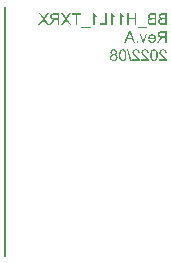
<source format=gbo>
G04 Layer_Color=32896*
%FSLAX25Y25*%
%MOIN*%
G70*
G01*
G75*
%ADD22C,0.00600*%
G36*
X89780Y84763D02*
X89841Y84674D01*
X89913Y84585D01*
X89980Y84508D01*
X90046Y84441D01*
X90096Y84386D01*
X90118Y84369D01*
X90135Y84352D01*
X90140Y84347D01*
X90146Y84341D01*
X90263Y84247D01*
X90379Y84158D01*
X90490Y84080D01*
X90601Y84019D01*
X90696Y83964D01*
X90734Y83942D01*
X90768Y83925D01*
X90795Y83908D01*
X90818Y83903D01*
X90829Y83891D01*
X90834D01*
Y83437D01*
X90751Y83470D01*
X90668Y83509D01*
X90585Y83548D01*
X90507Y83586D01*
X90440Y83620D01*
X90385Y83647D01*
X90351Y83670D01*
X90346Y83675D01*
X90340D01*
X90240Y83736D01*
X90152Y83797D01*
X90074Y83853D01*
X90013Y83903D01*
X89957Y83942D01*
X89924Y83975D01*
X89896Y83997D01*
X89891Y84003D01*
Y81000D01*
X89419D01*
Y84857D01*
X89724D01*
X89780Y84763D01*
D02*
G37*
G36*
X95752D02*
X95813Y84674D01*
X95885Y84585D01*
X95951Y84508D01*
X96018Y84441D01*
X96068Y84386D01*
X96090Y84369D01*
X96107Y84352D01*
X96112Y84347D01*
X96118Y84341D01*
X96235Y84247D01*
X96351Y84158D01*
X96462Y84080D01*
X96573Y84019D01*
X96667Y83964D01*
X96706Y83942D01*
X96740Y83925D01*
X96767Y83908D01*
X96789Y83903D01*
X96801Y83891D01*
X96806D01*
Y83437D01*
X96723Y83470D01*
X96640Y83509D01*
X96556Y83548D01*
X96479Y83586D01*
X96412Y83620D01*
X96357Y83647D01*
X96323Y83670D01*
X96318Y83675D01*
X96312D01*
X96212Y83736D01*
X96123Y83797D01*
X96046Y83853D01*
X95985Y83903D01*
X95929Y83942D01*
X95896Y83975D01*
X95868Y83997D01*
X95863Y84003D01*
Y81000D01*
X95391D01*
Y84857D01*
X95696D01*
X95752Y84763D01*
D02*
G37*
G36*
X73207Y82987D02*
X74689Y81000D01*
X74079D01*
X73108Y82332D01*
X73085Y82365D01*
X73058Y82404D01*
X72997Y82493D01*
X72969Y82537D01*
X72947Y82571D01*
X72930Y82593D01*
X72925Y82598D01*
X72869Y82515D01*
X72819Y82437D01*
X72797Y82410D01*
X72786Y82388D01*
X72775Y82371D01*
X72769Y82365D01*
X71798Y81000D01*
X71171D01*
X72608Y83015D01*
X71276Y84841D01*
X71831D01*
X72597Y83819D01*
X72664Y83736D01*
X72719Y83658D01*
X72775Y83581D01*
X72819Y83520D01*
X72858Y83464D01*
X72886Y83420D01*
X72902Y83398D01*
X72908Y83386D01*
X72947Y83453D01*
X72991Y83525D01*
X73041Y83603D01*
X73091Y83681D01*
X73141Y83747D01*
X73174Y83803D01*
X73191Y83825D01*
X73202Y83842D01*
X73213Y83847D01*
Y83853D01*
X73912Y84841D01*
X74517D01*
X73207Y82987D01*
D02*
G37*
G36*
X80661D02*
X82143Y81000D01*
X81533D01*
X80561Y82332D01*
X80539Y82365D01*
X80511Y82404D01*
X80450Y82493D01*
X80423Y82537D01*
X80400Y82571D01*
X80384Y82593D01*
X80378Y82598D01*
X80323Y82515D01*
X80273Y82437D01*
X80251Y82410D01*
X80239Y82388D01*
X80228Y82371D01*
X80223Y82365D01*
X79251Y81000D01*
X78624D01*
X80062Y83015D01*
X78730Y84841D01*
X79285D01*
X80051Y83819D01*
X80117Y83736D01*
X80173Y83658D01*
X80228Y83581D01*
X80273Y83520D01*
X80312Y83464D01*
X80339Y83420D01*
X80356Y83398D01*
X80361Y83386D01*
X80400Y83453D01*
X80445Y83525D01*
X80495Y83603D01*
X80545Y83681D01*
X80595Y83747D01*
X80628Y83803D01*
X80645Y83825D01*
X80656Y83842D01*
X80667Y83847D01*
Y83853D01*
X81366Y84841D01*
X81971D01*
X80661Y82987D01*
D02*
G37*
G36*
X104387Y75000D02*
X103849D01*
Y75538D01*
X104387D01*
Y75000D01*
D02*
G37*
G36*
X114000D02*
X113489D01*
Y76704D01*
X112835D01*
X112774Y76698D01*
X112729D01*
X112690Y76693D01*
X112662Y76687D01*
X112640D01*
X112629Y76682D01*
X112624D01*
X112535Y76654D01*
X112496Y76637D01*
X112463Y76621D01*
X112429Y76604D01*
X112407Y76593D01*
X112396Y76587D01*
X112390Y76582D01*
X112346Y76548D01*
X112302Y76510D01*
X112218Y76426D01*
X112180Y76388D01*
X112152Y76354D01*
X112135Y76332D01*
X112130Y76326D01*
X112074Y76249D01*
X112013Y76165D01*
X111952Y76077D01*
X111891Y75993D01*
X111841Y75916D01*
X111802Y75855D01*
X111785Y75832D01*
X111775Y75816D01*
X111763Y75805D01*
Y75799D01*
X111258Y75000D01*
X110626D01*
X111286Y76043D01*
X111364Y76154D01*
X111436Y76254D01*
X111508Y76337D01*
X111569Y76415D01*
X111625Y76471D01*
X111669Y76515D01*
X111697Y76543D01*
X111708Y76554D01*
X111752Y76587D01*
X111802Y76626D01*
X111902Y76687D01*
X111946Y76709D01*
X111980Y76732D01*
X112002Y76743D01*
X112013Y76748D01*
X111913Y76765D01*
X111819Y76782D01*
X111736Y76809D01*
X111652Y76832D01*
X111580Y76859D01*
X111514Y76893D01*
X111452Y76920D01*
X111397Y76948D01*
X111353Y76981D01*
X111308Y77009D01*
X111275Y77031D01*
X111247Y77053D01*
X111225Y77070D01*
X111208Y77087D01*
X111203Y77092D01*
X111197Y77098D01*
X111153Y77153D01*
X111108Y77209D01*
X111042Y77325D01*
X110997Y77442D01*
X110964Y77553D01*
X110942Y77647D01*
X110936Y77686D01*
Y77725D01*
X110931Y77753D01*
Y77775D01*
Y77786D01*
Y77792D01*
X110936Y77908D01*
X110953Y78014D01*
X110981Y78114D01*
X111009Y78197D01*
X111042Y78269D01*
X111064Y78325D01*
X111086Y78358D01*
X111092Y78363D01*
Y78369D01*
X111158Y78458D01*
X111225Y78535D01*
X111297Y78602D01*
X111364Y78652D01*
X111425Y78691D01*
X111475Y78713D01*
X111508Y78730D01*
X111514Y78735D01*
X111519D01*
X111569Y78752D01*
X111630Y78768D01*
X111752Y78796D01*
X111885Y78813D01*
X112007Y78829D01*
X112124Y78835D01*
X112174D01*
X112218Y78841D01*
X114000D01*
Y75000D01*
D02*
G37*
G36*
X98738Y84763D02*
X98799Y84674D01*
X98871Y84585D01*
X98937Y84508D01*
X99004Y84441D01*
X99054Y84386D01*
X99076Y84369D01*
X99093Y84352D01*
X99098Y84347D01*
X99104Y84341D01*
X99220Y84247D01*
X99337Y84158D01*
X99448Y84080D01*
X99559Y84019D01*
X99653Y83964D01*
X99692Y83942D01*
X99725Y83925D01*
X99753Y83908D01*
X99775Y83903D01*
X99787Y83891D01*
X99792D01*
Y83437D01*
X99709Y83470D01*
X99625Y83509D01*
X99542Y83548D01*
X99464Y83586D01*
X99398Y83620D01*
X99342Y83647D01*
X99309Y83670D01*
X99304Y83675D01*
X99298D01*
X99198Y83736D01*
X99109Y83797D01*
X99032Y83853D01*
X98971Y83903D01*
X98915Y83942D01*
X98882Y83975D01*
X98854Y83997D01*
X98848Y84003D01*
Y81000D01*
X98377D01*
Y84857D01*
X98682D01*
X98738Y84763D01*
D02*
G37*
G36*
X103388Y75000D02*
X102850D01*
X102434Y76165D01*
X100824D01*
X100375Y75000D01*
X99798D01*
X101368Y78841D01*
X101923D01*
X103388Y75000D01*
D02*
G37*
G36*
X78164Y81000D02*
X77653D01*
Y82704D01*
X76998D01*
X76937Y82698D01*
X76893D01*
X76854Y82693D01*
X76826Y82687D01*
X76804D01*
X76793Y82682D01*
X76787D01*
X76698Y82654D01*
X76660Y82637D01*
X76626Y82621D01*
X76593Y82604D01*
X76571Y82593D01*
X76560Y82587D01*
X76554Y82582D01*
X76510Y82548D01*
X76465Y82510D01*
X76382Y82426D01*
X76343Y82388D01*
X76315Y82354D01*
X76299Y82332D01*
X76293Y82326D01*
X76238Y82249D01*
X76177Y82165D01*
X76116Y82077D01*
X76055Y81993D01*
X76005Y81916D01*
X75966Y81855D01*
X75949Y81832D01*
X75938Y81816D01*
X75927Y81805D01*
Y81799D01*
X75422Y81000D01*
X74789D01*
X75450Y82043D01*
X75527Y82154D01*
X75599Y82254D01*
X75672Y82337D01*
X75733Y82415D01*
X75788Y82471D01*
X75833Y82515D01*
X75860Y82543D01*
X75871Y82554D01*
X75916Y82587D01*
X75966Y82626D01*
X76066Y82687D01*
X76110Y82709D01*
X76143Y82732D01*
X76166Y82743D01*
X76177Y82748D01*
X76077Y82765D01*
X75982Y82782D01*
X75899Y82809D01*
X75816Y82832D01*
X75744Y82859D01*
X75677Y82893D01*
X75616Y82920D01*
X75561Y82948D01*
X75516Y82981D01*
X75472Y83009D01*
X75439Y83031D01*
X75411Y83053D01*
X75389Y83070D01*
X75372Y83087D01*
X75366Y83092D01*
X75361Y83098D01*
X75317Y83153D01*
X75272Y83209D01*
X75205Y83325D01*
X75161Y83442D01*
X75128Y83553D01*
X75106Y83647D01*
X75100Y83686D01*
Y83725D01*
X75094Y83753D01*
Y83775D01*
Y83786D01*
Y83792D01*
X75100Y83908D01*
X75117Y84014D01*
X75144Y84114D01*
X75172Y84197D01*
X75205Y84269D01*
X75228Y84325D01*
X75250Y84358D01*
X75255Y84363D01*
Y84369D01*
X75322Y84458D01*
X75389Y84535D01*
X75461Y84602D01*
X75527Y84652D01*
X75589Y84691D01*
X75638Y84713D01*
X75672Y84730D01*
X75677Y84735D01*
X75683D01*
X75733Y84752D01*
X75794Y84768D01*
X75916Y84796D01*
X76049Y84813D01*
X76171Y84829D01*
X76288Y84835D01*
X76338D01*
X76382Y84841D01*
X78164D01*
Y81000D01*
D02*
G37*
G36*
X85318Y84386D02*
X84052D01*
Y81000D01*
X83542D01*
Y84386D01*
X82276D01*
Y84841D01*
X85318D01*
Y84386D01*
D02*
G37*
G36*
X88514Y79934D02*
X85390D01*
Y80273D01*
X88514D01*
Y79934D01*
D02*
G37*
G36*
X107318D02*
X104193D01*
Y80273D01*
X107318D01*
Y79934D01*
D02*
G37*
G36*
X114000Y81000D02*
X112535D01*
X112402Y81006D01*
X112285Y81011D01*
X112180Y81022D01*
X112091Y81033D01*
X112019Y81044D01*
X111963Y81050D01*
X111930Y81061D01*
X111919D01*
X111824Y81089D01*
X111747Y81116D01*
X111674Y81150D01*
X111614Y81183D01*
X111564Y81205D01*
X111525Y81227D01*
X111503Y81244D01*
X111497Y81250D01*
X111436Y81300D01*
X111380Y81361D01*
X111336Y81422D01*
X111292Y81477D01*
X111258Y81533D01*
X111236Y81572D01*
X111220Y81599D01*
X111214Y81611D01*
X111175Y81699D01*
X111147Y81788D01*
X111125Y81871D01*
X111114Y81949D01*
X111103Y82016D01*
X111097Y82071D01*
Y82104D01*
Y82110D01*
Y82116D01*
X111103Y82238D01*
X111125Y82349D01*
X111158Y82443D01*
X111192Y82532D01*
X111225Y82598D01*
X111258Y82648D01*
X111281Y82682D01*
X111286Y82693D01*
X111364Y82782D01*
X111447Y82854D01*
X111541Y82915D01*
X111625Y82965D01*
X111702Y83003D01*
X111769Y83026D01*
X111791Y83037D01*
X111808Y83042D01*
X111819Y83048D01*
X111824D01*
X111730Y83103D01*
X111647Y83159D01*
X111580Y83220D01*
X111525Y83276D01*
X111480Y83320D01*
X111447Y83364D01*
X111430Y83386D01*
X111425Y83398D01*
X111380Y83481D01*
X111347Y83559D01*
X111319Y83636D01*
X111303Y83708D01*
X111292Y83769D01*
X111286Y83819D01*
Y83847D01*
Y83858D01*
X111292Y83953D01*
X111308Y84047D01*
X111336Y84130D01*
X111364Y84208D01*
X111391Y84275D01*
X111419Y84319D01*
X111436Y84352D01*
X111442Y84363D01*
X111503Y84447D01*
X111569Y84524D01*
X111641Y84585D01*
X111708Y84635D01*
X111763Y84674D01*
X111813Y84702D01*
X111847Y84719D01*
X111852Y84724D01*
X111858D01*
X111963Y84763D01*
X112080Y84791D01*
X112196Y84813D01*
X112307Y84824D01*
X112407Y84835D01*
X112452D01*
X112490Y84841D01*
X114000D01*
Y81000D01*
D02*
G37*
G36*
X103816D02*
X103305D01*
Y82809D01*
X101318D01*
Y81000D01*
X100808D01*
Y84841D01*
X101318D01*
Y83264D01*
X103305D01*
Y84841D01*
X103816D01*
Y81000D01*
D02*
G37*
G36*
X94009D02*
X91606D01*
Y81455D01*
X93498D01*
Y84841D01*
X94009D01*
Y81000D01*
D02*
G37*
G36*
X110420D02*
X108955D01*
X108822Y81006D01*
X108705Y81011D01*
X108600Y81022D01*
X108511Y81033D01*
X108439Y81044D01*
X108383Y81050D01*
X108350Y81061D01*
X108339D01*
X108245Y81089D01*
X108167Y81116D01*
X108095Y81150D01*
X108034Y81183D01*
X107984Y81205D01*
X107945Y81227D01*
X107923Y81244D01*
X107917Y81250D01*
X107856Y81300D01*
X107801Y81361D01*
X107756Y81422D01*
X107712Y81477D01*
X107678Y81533D01*
X107656Y81572D01*
X107640Y81599D01*
X107634Y81611D01*
X107595Y81699D01*
X107568Y81788D01*
X107545Y81871D01*
X107534Y81949D01*
X107523Y82016D01*
X107518Y82071D01*
Y82104D01*
Y82110D01*
Y82116D01*
X107523Y82238D01*
X107545Y82349D01*
X107579Y82443D01*
X107612Y82532D01*
X107645Y82598D01*
X107678Y82648D01*
X107701Y82682D01*
X107706Y82693D01*
X107784Y82782D01*
X107867Y82854D01*
X107962Y82915D01*
X108045Y82965D01*
X108123Y83003D01*
X108189Y83026D01*
X108211Y83037D01*
X108228Y83042D01*
X108239Y83048D01*
X108245D01*
X108150Y83103D01*
X108067Y83159D01*
X108001Y83220D01*
X107945Y83276D01*
X107901Y83320D01*
X107867Y83364D01*
X107851Y83386D01*
X107845Y83398D01*
X107801Y83481D01*
X107767Y83559D01*
X107740Y83636D01*
X107723Y83708D01*
X107712Y83769D01*
X107706Y83819D01*
Y83847D01*
Y83858D01*
X107712Y83953D01*
X107729Y84047D01*
X107756Y84130D01*
X107784Y84208D01*
X107812Y84275D01*
X107840Y84319D01*
X107856Y84352D01*
X107862Y84363D01*
X107923Y84447D01*
X107989Y84524D01*
X108062Y84585D01*
X108128Y84635D01*
X108184Y84674D01*
X108233Y84702D01*
X108267Y84719D01*
X108272Y84724D01*
X108278D01*
X108383Y84763D01*
X108500Y84791D01*
X108616Y84813D01*
X108728Y84824D01*
X108827Y84835D01*
X108872D01*
X108911Y84841D01*
X110420D01*
Y81000D01*
D02*
G37*
G36*
X99387Y72846D02*
X99526Y72824D01*
X99642Y72785D01*
X99742Y72746D01*
X99825Y72702D01*
X99859Y72685D01*
X99886Y72663D01*
X99909Y72652D01*
X99925Y72641D01*
X99931Y72630D01*
X99936D01*
X100036Y72541D01*
X100119Y72435D01*
X100192Y72330D01*
X100247Y72230D01*
X100292Y72136D01*
X100314Y72097D01*
X100325Y72058D01*
X100336Y72030D01*
X100347Y72008D01*
X100353Y71997D01*
Y71991D01*
X100375Y71908D01*
X100397Y71825D01*
X100430Y71642D01*
X100458Y71459D01*
X100475Y71287D01*
X100480Y71203D01*
X100486Y71131D01*
Y71065D01*
X100491Y71004D01*
Y70959D01*
Y70920D01*
Y70898D01*
Y70893D01*
X100486Y70698D01*
X100475Y70515D01*
X100458Y70349D01*
X100430Y70193D01*
X100402Y70049D01*
X100369Y69921D01*
X100336Y69805D01*
X100303Y69705D01*
X100269Y69616D01*
X100230Y69538D01*
X100203Y69472D01*
X100175Y69422D01*
X100147Y69377D01*
X100131Y69350D01*
X100119Y69333D01*
X100114Y69327D01*
X100053Y69261D01*
X99986Y69200D01*
X99914Y69144D01*
X99842Y69100D01*
X99770Y69061D01*
X99698Y69028D01*
X99625Y69006D01*
X99559Y68983D01*
X99492Y68967D01*
X99431Y68956D01*
X99376Y68945D01*
X99331Y68939D01*
X99292Y68933D01*
X99237D01*
X99087Y68945D01*
X98948Y68967D01*
X98832Y69006D01*
X98732Y69044D01*
X98649Y69083D01*
X98621Y69105D01*
X98593Y69122D01*
X98571Y69133D01*
X98554Y69144D01*
X98549Y69155D01*
X98543D01*
X98443Y69250D01*
X98360Y69350D01*
X98288Y69461D01*
X98232Y69561D01*
X98188Y69655D01*
X98166Y69694D01*
X98155Y69733D01*
X98144Y69760D01*
X98133Y69783D01*
X98127Y69794D01*
Y69799D01*
X98099Y69882D01*
X98077Y69966D01*
X98044Y70143D01*
X98016Y70326D01*
X97999Y70504D01*
X97994Y70582D01*
X97988Y70654D01*
Y70720D01*
X97983Y70782D01*
Y70826D01*
Y70865D01*
Y70887D01*
Y70893D01*
Y70998D01*
X97988Y71098D01*
Y71187D01*
X97994Y71276D01*
X98005Y71353D01*
X98010Y71431D01*
X98016Y71497D01*
X98027Y71559D01*
X98033Y71614D01*
X98044Y71664D01*
X98049Y71703D01*
X98055Y71736D01*
X98060Y71764D01*
X98066Y71781D01*
X98071Y71792D01*
Y71797D01*
X98105Y71919D01*
X98144Y72030D01*
X98188Y72125D01*
X98221Y72208D01*
X98260Y72280D01*
X98282Y72330D01*
X98305Y72358D01*
X98310Y72369D01*
X98371Y72452D01*
X98432Y72524D01*
X98499Y72585D01*
X98560Y72641D01*
X98615Y72680D01*
X98660Y72707D01*
X98687Y72724D01*
X98693Y72730D01*
X98699D01*
X98787Y72774D01*
X98882Y72802D01*
X98971Y72824D01*
X99054Y72841D01*
X99126Y72852D01*
X99187Y72857D01*
X99237D01*
X99387Y72846D01*
D02*
G37*
G36*
X96346Y72852D02*
X96434Y72846D01*
X96590Y72813D01*
X96662Y72791D01*
X96728Y72768D01*
X96789Y72741D01*
X96845Y72713D01*
X96889Y72685D01*
X96934Y72657D01*
X96973Y72635D01*
X97000Y72613D01*
X97023Y72596D01*
X97039Y72580D01*
X97050Y72574D01*
X97056Y72569D01*
X97106Y72513D01*
X97156Y72458D01*
X97195Y72397D01*
X97228Y72336D01*
X97283Y72219D01*
X97317Y72108D01*
X97339Y72014D01*
X97344Y71969D01*
X97350Y71936D01*
X97356Y71903D01*
Y71880D01*
Y71869D01*
Y71864D01*
X97350Y71764D01*
X97333Y71670D01*
X97311Y71586D01*
X97283Y71514D01*
X97261Y71459D01*
X97239Y71414D01*
X97222Y71392D01*
X97217Y71381D01*
X97156Y71314D01*
X97089Y71253D01*
X97017Y71198D01*
X96945Y71153D01*
X96878Y71120D01*
X96828Y71098D01*
X96806Y71087D01*
X96789Y71081D01*
X96784Y71076D01*
X96778D01*
X96906Y71037D01*
X97012Y70987D01*
X97106Y70926D01*
X97184Y70870D01*
X97245Y70815D01*
X97289Y70771D01*
X97311Y70743D01*
X97322Y70737D01*
Y70732D01*
X97383Y70632D01*
X97433Y70526D01*
X97466Y70426D01*
X97489Y70326D01*
X97500Y70238D01*
X97505Y70199D01*
Y70165D01*
X97511Y70143D01*
Y70121D01*
Y70110D01*
Y70104D01*
X97505Y70016D01*
X97494Y69927D01*
X97478Y69844D01*
X97455Y69760D01*
X97400Y69622D01*
X97372Y69555D01*
X97339Y69499D01*
X97306Y69444D01*
X97278Y69400D01*
X97245Y69361D01*
X97222Y69327D01*
X97200Y69300D01*
X97184Y69283D01*
X97172Y69272D01*
X97167Y69266D01*
X97100Y69205D01*
X97028Y69155D01*
X96950Y69111D01*
X96873Y69072D01*
X96801Y69044D01*
X96723Y69017D01*
X96573Y68978D01*
X96506Y68961D01*
X96445Y68950D01*
X96390Y68945D01*
X96340Y68939D01*
X96301Y68933D01*
X96246D01*
X96140Y68939D01*
X96046Y68950D01*
X95951Y68967D01*
X95863Y68983D01*
X95785Y69011D01*
X95707Y69039D01*
X95635Y69067D01*
X95574Y69100D01*
X95518Y69133D01*
X95469Y69161D01*
X95430Y69189D01*
X95391Y69216D01*
X95363Y69233D01*
X95346Y69250D01*
X95335Y69261D01*
X95330Y69266D01*
X95269Y69333D01*
X95213Y69400D01*
X95169Y69466D01*
X95130Y69538D01*
X95091Y69605D01*
X95063Y69677D01*
X95025Y69805D01*
X95008Y69866D01*
X94997Y69921D01*
X94991Y69971D01*
X94986Y70010D01*
X94980Y70043D01*
Y70071D01*
Y70088D01*
Y70093D01*
X94986Y70221D01*
X95008Y70337D01*
X95041Y70443D01*
X95074Y70532D01*
X95108Y70604D01*
X95141Y70660D01*
X95163Y70693D01*
X95169Y70698D01*
Y70704D01*
X95247Y70793D01*
X95330Y70870D01*
X95419Y70931D01*
X95502Y70987D01*
X95579Y71026D01*
X95646Y71053D01*
X95668Y71065D01*
X95685Y71070D01*
X95696Y71076D01*
X95702D01*
X95602Y71120D01*
X95518Y71170D01*
X95446Y71220D01*
X95385Y71270D01*
X95341Y71314D01*
X95308Y71348D01*
X95285Y71370D01*
X95280Y71381D01*
X95230Y71459D01*
X95197Y71536D01*
X95169Y71614D01*
X95152Y71692D01*
X95141Y71753D01*
X95136Y71803D01*
Y71836D01*
Y71842D01*
Y71847D01*
X95141Y71925D01*
X95147Y71997D01*
X95186Y72136D01*
X95236Y72258D01*
X95291Y72363D01*
X95346Y72447D01*
X95374Y72480D01*
X95396Y72513D01*
X95419Y72535D01*
X95435Y72552D01*
X95441Y72558D01*
X95446Y72563D01*
X95507Y72613D01*
X95568Y72663D01*
X95635Y72702D01*
X95702Y72735D01*
X95835Y72785D01*
X95968Y72818D01*
X96024Y72835D01*
X96079Y72841D01*
X96129Y72846D01*
X96173Y72852D01*
X96207Y72857D01*
X96257D01*
X96346Y72852D01*
D02*
G37*
G36*
X109837Y72846D02*
X109976Y72824D01*
X110093Y72785D01*
X110193Y72746D01*
X110276Y72702D01*
X110309Y72685D01*
X110337Y72663D01*
X110359Y72652D01*
X110376Y72641D01*
X110381Y72630D01*
X110387D01*
X110487Y72541D01*
X110570Y72435D01*
X110642Y72330D01*
X110698Y72230D01*
X110742Y72136D01*
X110764Y72097D01*
X110775Y72058D01*
X110787Y72030D01*
X110798Y72008D01*
X110803Y71997D01*
Y71991D01*
X110825Y71908D01*
X110848Y71825D01*
X110881Y71642D01*
X110909Y71459D01*
X110925Y71287D01*
X110931Y71203D01*
X110936Y71131D01*
Y71065D01*
X110942Y71004D01*
Y70959D01*
Y70920D01*
Y70898D01*
Y70893D01*
X110936Y70698D01*
X110925Y70515D01*
X110909Y70349D01*
X110881Y70193D01*
X110853Y70049D01*
X110820Y69921D01*
X110787Y69805D01*
X110753Y69705D01*
X110720Y69616D01*
X110681Y69538D01*
X110653Y69472D01*
X110626Y69422D01*
X110598Y69377D01*
X110581Y69350D01*
X110570Y69333D01*
X110565Y69327D01*
X110503Y69261D01*
X110437Y69200D01*
X110365Y69144D01*
X110293Y69100D01*
X110221Y69061D01*
X110148Y69028D01*
X110076Y69006D01*
X110010Y68983D01*
X109943Y68967D01*
X109882Y68956D01*
X109826Y68945D01*
X109782Y68939D01*
X109743Y68933D01*
X109688D01*
X109538Y68945D01*
X109399Y68967D01*
X109283Y69006D01*
X109183Y69044D01*
X109099Y69083D01*
X109072Y69105D01*
X109044Y69122D01*
X109022Y69133D01*
X109005Y69144D01*
X109000Y69155D01*
X108994D01*
X108894Y69250D01*
X108811Y69350D01*
X108739Y69461D01*
X108683Y69561D01*
X108639Y69655D01*
X108616Y69694D01*
X108605Y69733D01*
X108594Y69760D01*
X108583Y69783D01*
X108578Y69794D01*
Y69799D01*
X108550Y69882D01*
X108528Y69966D01*
X108494Y70143D01*
X108467Y70326D01*
X108450Y70504D01*
X108444Y70582D01*
X108439Y70654D01*
Y70720D01*
X108433Y70782D01*
Y70826D01*
Y70865D01*
Y70887D01*
Y70893D01*
Y70998D01*
X108439Y71098D01*
Y71187D01*
X108444Y71276D01*
X108456Y71353D01*
X108461Y71431D01*
X108467Y71497D01*
X108478Y71559D01*
X108483Y71614D01*
X108494Y71664D01*
X108500Y71703D01*
X108505Y71736D01*
X108511Y71764D01*
X108517Y71781D01*
X108522Y71792D01*
Y71797D01*
X108555Y71919D01*
X108594Y72030D01*
X108639Y72125D01*
X108672Y72208D01*
X108711Y72280D01*
X108733Y72330D01*
X108755Y72358D01*
X108761Y72369D01*
X108822Y72452D01*
X108883Y72524D01*
X108949Y72585D01*
X109011Y72641D01*
X109066Y72680D01*
X109110Y72707D01*
X109138Y72724D01*
X109144Y72730D01*
X109149D01*
X109238Y72774D01*
X109332Y72802D01*
X109421Y72824D01*
X109504Y72841D01*
X109577Y72852D01*
X109638Y72857D01*
X109688D01*
X109837Y72846D01*
D02*
G37*
G36*
X102206Y68933D02*
X101829D01*
X100713Y72907D01*
X101091D01*
X102206Y68933D01*
D02*
G37*
G36*
X103799Y72852D02*
X103893Y72846D01*
X103982Y72830D01*
X104066Y72813D01*
X104143Y72791D01*
X104215Y72768D01*
X104282Y72741D01*
X104343Y72713D01*
X104399Y72685D01*
X104443Y72657D01*
X104482Y72635D01*
X104515Y72613D01*
X104543Y72596D01*
X104559Y72580D01*
X104571Y72574D01*
X104576Y72569D01*
X104632Y72513D01*
X104682Y72452D01*
X104732Y72386D01*
X104770Y72319D01*
X104837Y72186D01*
X104881Y72053D01*
X104898Y71991D01*
X104915Y71930D01*
X104926Y71880D01*
X104937Y71836D01*
X104942Y71797D01*
Y71769D01*
X104948Y71753D01*
Y71747D01*
X104465Y71697D01*
X104454Y71825D01*
X104432Y71936D01*
X104399Y72036D01*
X104360Y72114D01*
X104326Y72180D01*
X104293Y72224D01*
X104271Y72252D01*
X104260Y72263D01*
X104176Y72330D01*
X104088Y72380D01*
X103993Y72419D01*
X103910Y72441D01*
X103832Y72458D01*
X103766Y72463D01*
X103744Y72469D01*
X103710D01*
X103594Y72463D01*
X103488Y72441D01*
X103400Y72408D01*
X103322Y72374D01*
X103261Y72336D01*
X103222Y72308D01*
X103194Y72286D01*
X103183Y72275D01*
X103117Y72197D01*
X103067Y72119D01*
X103028Y72041D01*
X103005Y71964D01*
X102989Y71903D01*
X102983Y71847D01*
X102978Y71814D01*
Y71808D01*
Y71803D01*
X102989Y71703D01*
X103011Y71597D01*
X103050Y71503D01*
X103089Y71414D01*
X103133Y71342D01*
X103172Y71281D01*
X103183Y71259D01*
X103194Y71242D01*
X103205Y71237D01*
Y71231D01*
X103250Y71170D01*
X103305Y71109D01*
X103366Y71042D01*
X103433Y70976D01*
X103572Y70843D01*
X103710Y70709D01*
X103782Y70648D01*
X103843Y70593D01*
X103904Y70543D01*
X103955Y70499D01*
X103993Y70465D01*
X104027Y70438D01*
X104049Y70421D01*
X104054Y70415D01*
X104193Y70299D01*
X104321Y70188D01*
X104426Y70088D01*
X104509Y70004D01*
X104582Y69932D01*
X104632Y69882D01*
X104659Y69849D01*
X104671Y69844D01*
Y69838D01*
X104748Y69744D01*
X104809Y69655D01*
X104865Y69566D01*
X104909Y69488D01*
X104942Y69422D01*
X104965Y69372D01*
X104976Y69339D01*
X104981Y69333D01*
Y69327D01*
X105003Y69266D01*
X105015Y69211D01*
X105026Y69155D01*
X105031Y69105D01*
X105037Y69061D01*
Y69028D01*
Y69006D01*
Y69000D01*
X102489D01*
Y69455D01*
X104382D01*
X104315Y69550D01*
X104282Y69588D01*
X104254Y69627D01*
X104226Y69661D01*
X104204Y69683D01*
X104188Y69699D01*
X104182Y69705D01*
X104154Y69733D01*
X104121Y69760D01*
X104043Y69832D01*
X103955Y69916D01*
X103860Y69999D01*
X103771Y70071D01*
X103733Y70104D01*
X103699Y70138D01*
X103672Y70160D01*
X103649Y70177D01*
X103638Y70188D01*
X103633Y70193D01*
X103544Y70271D01*
X103455Y70343D01*
X103377Y70415D01*
X103305Y70476D01*
X103239Y70537D01*
X103183Y70593D01*
X103128Y70643D01*
X103083Y70687D01*
X103039Y70732D01*
X103005Y70765D01*
X102978Y70793D01*
X102950Y70820D01*
X102922Y70854D01*
X102911Y70865D01*
X102833Y70959D01*
X102767Y71042D01*
X102711Y71126D01*
X102667Y71192D01*
X102634Y71253D01*
X102611Y71298D01*
X102600Y71325D01*
X102595Y71337D01*
X102561Y71420D01*
X102539Y71503D01*
X102517Y71581D01*
X102506Y71647D01*
X102500Y71708D01*
X102495Y71753D01*
Y71781D01*
Y71792D01*
X102500Y71875D01*
X102512Y71953D01*
X102523Y72030D01*
X102545Y72097D01*
X102600Y72230D01*
X102656Y72336D01*
X102689Y72386D01*
X102717Y72424D01*
X102745Y72463D01*
X102772Y72491D01*
X102795Y72513D01*
X102806Y72535D01*
X102817Y72541D01*
X102822Y72546D01*
X102883Y72602D01*
X102950Y72652D01*
X103022Y72691D01*
X103094Y72724D01*
X103239Y72780D01*
X103383Y72818D01*
X103444Y72830D01*
X103505Y72841D01*
X103560Y72846D01*
X103605Y72852D01*
X103644Y72857D01*
X103699D01*
X103799Y72852D01*
D02*
G37*
G36*
X106452Y75000D02*
X106002D01*
X104942Y77786D01*
X105431D01*
X106047Y76082D01*
X106086Y75971D01*
X106124Y75871D01*
X106152Y75777D01*
X106180Y75705D01*
X106197Y75638D01*
X106213Y75594D01*
X106219Y75566D01*
X106225Y75555D01*
X106258Y75661D01*
X106286Y75766D01*
X106319Y75860D01*
X106347Y75943D01*
X106369Y76016D01*
X106385Y76071D01*
X106391Y76088D01*
X106396Y76104D01*
X106402Y76110D01*
Y76116D01*
X107001Y77786D01*
X107501D01*
X106452Y75000D01*
D02*
G37*
G36*
X109160Y77842D02*
X109260Y77830D01*
X109355Y77814D01*
X109443Y77786D01*
X109527Y77758D01*
X109604Y77725D01*
X109677Y77692D01*
X109738Y77653D01*
X109799Y77620D01*
X109849Y77581D01*
X109893Y77548D01*
X109926Y77520D01*
X109954Y77492D01*
X109976Y77475D01*
X109987Y77464D01*
X109993Y77459D01*
X110054Y77381D01*
X110109Y77298D01*
X110159Y77214D01*
X110204Y77126D01*
X110237Y77031D01*
X110265Y76942D01*
X110309Y76765D01*
X110326Y76687D01*
X110337Y76609D01*
X110343Y76543D01*
X110348Y76482D01*
X110354Y76432D01*
Y76399D01*
Y76371D01*
Y76365D01*
X110348Y76243D01*
X110337Y76127D01*
X110320Y76016D01*
X110298Y75916D01*
X110270Y75821D01*
X110243Y75733D01*
X110209Y75655D01*
X110176Y75583D01*
X110143Y75522D01*
X110109Y75466D01*
X110082Y75422D01*
X110054Y75383D01*
X110032Y75350D01*
X110015Y75327D01*
X110004Y75316D01*
X109999Y75311D01*
X109926Y75244D01*
X109854Y75189D01*
X109776Y75139D01*
X109693Y75094D01*
X109616Y75061D01*
X109532Y75028D01*
X109377Y74983D01*
X109305Y74972D01*
X109238Y74961D01*
X109177Y74950D01*
X109127Y74945D01*
X109088Y74939D01*
X109027D01*
X108855Y74950D01*
X108700Y74978D01*
X108561Y75011D01*
X108505Y75033D01*
X108450Y75055D01*
X108400Y75078D01*
X108356Y75100D01*
X108322Y75116D01*
X108289Y75133D01*
X108267Y75150D01*
X108250Y75161D01*
X108239Y75172D01*
X108233D01*
X108123Y75272D01*
X108034Y75377D01*
X107956Y75488D01*
X107901Y75594D01*
X107856Y75688D01*
X107840Y75733D01*
X107823Y75766D01*
X107812Y75799D01*
X107806Y75821D01*
X107801Y75832D01*
Y75838D01*
X108289Y75899D01*
X108333Y75794D01*
X108383Y75705D01*
X108433Y75627D01*
X108478Y75566D01*
X108517Y75522D01*
X108550Y75488D01*
X108578Y75466D01*
X108583Y75461D01*
X108655Y75416D01*
X108728Y75383D01*
X108805Y75361D01*
X108872Y75344D01*
X108933Y75333D01*
X108983Y75327D01*
X109027D01*
X109094Y75333D01*
X109155Y75339D01*
X109266Y75366D01*
X109366Y75405D01*
X109455Y75450D01*
X109521Y75488D01*
X109571Y75527D01*
X109604Y75555D01*
X109610Y75566D01*
X109616D01*
X109693Y75666D01*
X109754Y75777D01*
X109799Y75899D01*
X109832Y76010D01*
X109849Y76110D01*
X109860Y76154D01*
X109865Y76193D01*
Y76227D01*
X109871Y76249D01*
Y76265D01*
Y76271D01*
X107790D01*
X107784Y76326D01*
Y76365D01*
Y76388D01*
Y76393D01*
X107790Y76521D01*
X107801Y76637D01*
X107817Y76748D01*
X107840Y76854D01*
X107867Y76948D01*
X107895Y77037D01*
X107928Y77114D01*
X107962Y77187D01*
X107995Y77253D01*
X108028Y77309D01*
X108056Y77353D01*
X108084Y77392D01*
X108106Y77425D01*
X108123Y77448D01*
X108134Y77459D01*
X108139Y77464D01*
X108206Y77531D01*
X108278Y77592D01*
X108356Y77642D01*
X108433Y77686D01*
X108511Y77725D01*
X108583Y77753D01*
X108661Y77781D01*
X108728Y77797D01*
X108800Y77814D01*
X108861Y77825D01*
X108916Y77836D01*
X108961Y77842D01*
X109000Y77847D01*
X109055D01*
X109160Y77842D01*
D02*
G37*
G36*
X106785Y72852D02*
X106879Y72846D01*
X106968Y72830D01*
X107051Y72813D01*
X107129Y72791D01*
X107201Y72768D01*
X107268Y72741D01*
X107329Y72713D01*
X107384Y72685D01*
X107429Y72657D01*
X107468Y72635D01*
X107501Y72613D01*
X107529Y72596D01*
X107545Y72580D01*
X107556Y72574D01*
X107562Y72569D01*
X107617Y72513D01*
X107668Y72452D01*
X107717Y72386D01*
X107756Y72319D01*
X107823Y72186D01*
X107867Y72053D01*
X107884Y71991D01*
X107901Y71930D01*
X107912Y71880D01*
X107923Y71836D01*
X107928Y71797D01*
Y71769D01*
X107934Y71753D01*
Y71747D01*
X107451Y71697D01*
X107440Y71825D01*
X107418Y71936D01*
X107384Y72036D01*
X107346Y72114D01*
X107312Y72180D01*
X107279Y72224D01*
X107257Y72252D01*
X107246Y72263D01*
X107162Y72330D01*
X107074Y72380D01*
X106979Y72419D01*
X106896Y72441D01*
X106818Y72458D01*
X106752Y72463D01*
X106729Y72469D01*
X106696D01*
X106580Y72463D01*
X106474Y72441D01*
X106385Y72408D01*
X106308Y72374D01*
X106247Y72336D01*
X106208Y72308D01*
X106180Y72286D01*
X106169Y72275D01*
X106102Y72197D01*
X106052Y72119D01*
X106014Y72041D01*
X105991Y71964D01*
X105975Y71903D01*
X105969Y71847D01*
X105964Y71814D01*
Y71808D01*
Y71803D01*
X105975Y71703D01*
X105997Y71597D01*
X106036Y71503D01*
X106075Y71414D01*
X106119Y71342D01*
X106158Y71281D01*
X106169Y71259D01*
X106180Y71242D01*
X106191Y71237D01*
Y71231D01*
X106236Y71170D01*
X106291Y71109D01*
X106352Y71042D01*
X106419Y70976D01*
X106557Y70843D01*
X106696Y70709D01*
X106768Y70648D01*
X106829Y70593D01*
X106890Y70543D01*
X106940Y70499D01*
X106979Y70465D01*
X107013Y70438D01*
X107035Y70421D01*
X107040Y70415D01*
X107179Y70299D01*
X107307Y70188D01*
X107412Y70088D01*
X107495Y70004D01*
X107568Y69932D01*
X107617Y69882D01*
X107645Y69849D01*
X107656Y69844D01*
Y69838D01*
X107734Y69744D01*
X107795Y69655D01*
X107851Y69566D01*
X107895Y69488D01*
X107928Y69422D01*
X107950Y69372D01*
X107962Y69339D01*
X107967Y69333D01*
Y69327D01*
X107989Y69266D01*
X108001Y69211D01*
X108012Y69155D01*
X108017Y69105D01*
X108023Y69061D01*
Y69028D01*
Y69006D01*
Y69000D01*
X105475D01*
Y69455D01*
X107368D01*
X107301Y69550D01*
X107268Y69588D01*
X107240Y69627D01*
X107212Y69661D01*
X107190Y69683D01*
X107174Y69699D01*
X107168Y69705D01*
X107140Y69733D01*
X107107Y69760D01*
X107029Y69832D01*
X106940Y69916D01*
X106846Y69999D01*
X106757Y70071D01*
X106718Y70104D01*
X106685Y70138D01*
X106657Y70160D01*
X106635Y70177D01*
X106624Y70188D01*
X106618Y70193D01*
X106530Y70271D01*
X106441Y70343D01*
X106363Y70415D01*
X106291Y70476D01*
X106225Y70537D01*
X106169Y70593D01*
X106113Y70643D01*
X106069Y70687D01*
X106025Y70732D01*
X105991Y70765D01*
X105964Y70793D01*
X105936Y70820D01*
X105908Y70854D01*
X105897Y70865D01*
X105819Y70959D01*
X105753Y71042D01*
X105697Y71126D01*
X105653Y71192D01*
X105620Y71253D01*
X105597Y71298D01*
X105586Y71325D01*
X105581Y71337D01*
X105547Y71420D01*
X105525Y71503D01*
X105503Y71581D01*
X105492Y71647D01*
X105486Y71708D01*
X105481Y71753D01*
Y71781D01*
Y71792D01*
X105486Y71875D01*
X105497Y71953D01*
X105508Y72030D01*
X105531Y72097D01*
X105586Y72230D01*
X105642Y72336D01*
X105675Y72386D01*
X105703Y72424D01*
X105730Y72463D01*
X105758Y72491D01*
X105780Y72513D01*
X105792Y72535D01*
X105803Y72541D01*
X105808Y72546D01*
X105869Y72602D01*
X105936Y72652D01*
X106008Y72691D01*
X106080Y72724D01*
X106225Y72780D01*
X106369Y72818D01*
X106430Y72830D01*
X106491Y72841D01*
X106546Y72846D01*
X106591Y72852D01*
X106630Y72857D01*
X106685D01*
X106785Y72852D01*
D02*
G37*
G36*
X112757D02*
X112851Y72846D01*
X112940Y72830D01*
X113023Y72813D01*
X113101Y72791D01*
X113173Y72768D01*
X113240Y72741D01*
X113301Y72713D01*
X113356Y72685D01*
X113401Y72657D01*
X113440Y72635D01*
X113473Y72613D01*
X113500Y72596D01*
X113517Y72580D01*
X113528Y72574D01*
X113534Y72569D01*
X113589Y72513D01*
X113639Y72452D01*
X113689Y72386D01*
X113728Y72319D01*
X113795Y72186D01*
X113839Y72053D01*
X113856Y71991D01*
X113872Y71930D01*
X113883Y71880D01*
X113895Y71836D01*
X113900Y71797D01*
Y71769D01*
X113906Y71753D01*
Y71747D01*
X113423Y71697D01*
X113412Y71825D01*
X113390Y71936D01*
X113356Y72036D01*
X113317Y72114D01*
X113284Y72180D01*
X113251Y72224D01*
X113228Y72252D01*
X113217Y72263D01*
X113134Y72330D01*
X113045Y72380D01*
X112951Y72419D01*
X112868Y72441D01*
X112790Y72458D01*
X112724Y72463D01*
X112701Y72469D01*
X112668D01*
X112551Y72463D01*
X112446Y72441D01*
X112357Y72408D01*
X112279Y72374D01*
X112218Y72336D01*
X112180Y72308D01*
X112152Y72286D01*
X112141Y72275D01*
X112074Y72197D01*
X112024Y72119D01*
X111985Y72041D01*
X111963Y71964D01*
X111946Y71903D01*
X111941Y71847D01*
X111935Y71814D01*
Y71808D01*
Y71803D01*
X111946Y71703D01*
X111969Y71597D01*
X112007Y71503D01*
X112046Y71414D01*
X112091Y71342D01*
X112130Y71281D01*
X112141Y71259D01*
X112152Y71242D01*
X112163Y71237D01*
Y71231D01*
X112207Y71170D01*
X112263Y71109D01*
X112324Y71042D01*
X112390Y70976D01*
X112529Y70843D01*
X112668Y70709D01*
X112740Y70648D01*
X112801Y70593D01*
X112862Y70543D01*
X112912Y70499D01*
X112951Y70465D01*
X112984Y70438D01*
X113006Y70421D01*
X113012Y70415D01*
X113151Y70299D01*
X113278Y70188D01*
X113384Y70088D01*
X113467Y70004D01*
X113539Y69932D01*
X113589Y69882D01*
X113617Y69849D01*
X113628Y69844D01*
Y69838D01*
X113706Y69744D01*
X113767Y69655D01*
X113822Y69566D01*
X113867Y69488D01*
X113900Y69422D01*
X113922Y69372D01*
X113933Y69339D01*
X113939Y69333D01*
Y69327D01*
X113961Y69266D01*
X113972Y69211D01*
X113983Y69155D01*
X113989Y69105D01*
X113995Y69061D01*
Y69028D01*
Y69006D01*
Y69000D01*
X111447D01*
Y69455D01*
X113340D01*
X113273Y69550D01*
X113240Y69588D01*
X113212Y69627D01*
X113184Y69661D01*
X113162Y69683D01*
X113145Y69699D01*
X113140Y69705D01*
X113112Y69733D01*
X113079Y69760D01*
X113001Y69832D01*
X112912Y69916D01*
X112818Y69999D01*
X112729Y70071D01*
X112690Y70104D01*
X112657Y70138D01*
X112629Y70160D01*
X112607Y70177D01*
X112596Y70188D01*
X112590Y70193D01*
X112502Y70271D01*
X112413Y70343D01*
X112335Y70415D01*
X112263Y70476D01*
X112196Y70537D01*
X112141Y70593D01*
X112085Y70643D01*
X112041Y70687D01*
X111996Y70732D01*
X111963Y70765D01*
X111935Y70793D01*
X111908Y70820D01*
X111880Y70854D01*
X111869Y70865D01*
X111791Y70959D01*
X111724Y71042D01*
X111669Y71126D01*
X111625Y71192D01*
X111591Y71253D01*
X111569Y71298D01*
X111558Y71325D01*
X111552Y71337D01*
X111519Y71420D01*
X111497Y71503D01*
X111475Y71581D01*
X111464Y71647D01*
X111458Y71708D01*
X111452Y71753D01*
Y71781D01*
Y71792D01*
X111458Y71875D01*
X111469Y71953D01*
X111480Y72030D01*
X111503Y72097D01*
X111558Y72230D01*
X111614Y72336D01*
X111647Y72386D01*
X111674Y72424D01*
X111702Y72463D01*
X111730Y72491D01*
X111752Y72513D01*
X111763Y72535D01*
X111775Y72541D01*
X111780Y72546D01*
X111841Y72602D01*
X111908Y72652D01*
X111980Y72691D01*
X112052Y72724D01*
X112196Y72780D01*
X112341Y72818D01*
X112402Y72830D01*
X112463Y72841D01*
X112518Y72846D01*
X112563Y72852D01*
X112601Y72857D01*
X112657D01*
X112757Y72852D01*
D02*
G37*
%LPC*%
G36*
X113489Y78413D02*
X112279D01*
X112130Y78408D01*
X112002Y78386D01*
X111891Y78358D01*
X111808Y78325D01*
X111736Y78291D01*
X111691Y78263D01*
X111663Y78241D01*
X111652Y78236D01*
X111586Y78163D01*
X111536Y78091D01*
X111503Y78014D01*
X111475Y77947D01*
X111464Y77880D01*
X111458Y77830D01*
X111452Y77797D01*
Y77792D01*
Y77786D01*
X111458Y77719D01*
X111469Y77653D01*
X111486Y77597D01*
X111503Y77548D01*
X111525Y77503D01*
X111541Y77470D01*
X111552Y77448D01*
X111558Y77442D01*
X111597Y77386D01*
X111647Y77337D01*
X111697Y77298D01*
X111747Y77264D01*
X111791Y77242D01*
X111824Y77226D01*
X111847Y77214D01*
X111858Y77209D01*
X111935Y77187D01*
X112024Y77170D01*
X112113Y77159D01*
X112202Y77153D01*
X112279Y77148D01*
X112346Y77142D01*
X113489D01*
Y78413D01*
D02*
G37*
G36*
X101657Y78441D02*
X101618Y78313D01*
X101574Y78180D01*
X101529Y78047D01*
X101485Y77919D01*
X101462Y77864D01*
X101446Y77808D01*
X101429Y77758D01*
X101413Y77719D01*
X101401Y77686D01*
X101390Y77658D01*
X101385Y77642D01*
Y77636D01*
X100985Y76582D01*
X102284D01*
X101868Y77703D01*
X101818Y77842D01*
X101779Y77975D01*
X101740Y78097D01*
X101712Y78208D01*
X101690Y78302D01*
X101679Y78341D01*
X101673Y78380D01*
X101662Y78402D01*
Y78424D01*
X101657Y78435D01*
Y78441D01*
D02*
G37*
G36*
X77653Y84413D02*
X76443D01*
X76293Y84408D01*
X76166Y84386D01*
X76055Y84358D01*
X75971Y84325D01*
X75899Y84291D01*
X75855Y84263D01*
X75827Y84241D01*
X75816Y84236D01*
X75749Y84163D01*
X75700Y84091D01*
X75666Y84014D01*
X75638Y83947D01*
X75627Y83880D01*
X75622Y83830D01*
X75616Y83797D01*
Y83792D01*
Y83786D01*
X75622Y83719D01*
X75633Y83653D01*
X75649Y83597D01*
X75666Y83548D01*
X75688Y83503D01*
X75705Y83470D01*
X75716Y83448D01*
X75722Y83442D01*
X75761Y83386D01*
X75810Y83337D01*
X75860Y83298D01*
X75910Y83264D01*
X75955Y83242D01*
X75988Y83226D01*
X76010Y83214D01*
X76021Y83209D01*
X76099Y83187D01*
X76188Y83170D01*
X76277Y83159D01*
X76365Y83153D01*
X76443Y83148D01*
X76510Y83142D01*
X77653D01*
Y84413D01*
D02*
G37*
G36*
X113489Y84386D02*
X112579D01*
X112457Y84374D01*
X112363Y84369D01*
X112279Y84358D01*
X112218Y84347D01*
X112180Y84341D01*
X112152Y84330D01*
X112146D01*
X112085Y84308D01*
X112030Y84275D01*
X111985Y84241D01*
X111946Y84208D01*
X111919Y84180D01*
X111897Y84152D01*
X111885Y84136D01*
X111880Y84130D01*
X111847Y84075D01*
X111824Y84019D01*
X111808Y83964D01*
X111797Y83908D01*
X111791Y83864D01*
X111785Y83830D01*
Y83808D01*
Y83797D01*
X111791Y83725D01*
X111802Y83658D01*
X111819Y83603D01*
X111836Y83559D01*
X111852Y83520D01*
X111869Y83486D01*
X111880Y83470D01*
X111885Y83464D01*
X111924Y83420D01*
X111974Y83375D01*
X112024Y83342D01*
X112069Y83320D01*
X112113Y83298D01*
X112146Y83281D01*
X112169Y83276D01*
X112180Y83270D01*
X112241Y83259D01*
X112318Y83248D01*
X112396Y83242D01*
X112474Y83237D01*
X112546Y83231D01*
X113489D01*
Y84386D01*
D02*
G37*
G36*
Y82776D02*
X112479D01*
X112363Y82765D01*
X112268Y82754D01*
X112191Y82743D01*
X112130Y82732D01*
X112080Y82721D01*
X112057Y82715D01*
X112046Y82709D01*
X111974Y82682D01*
X111913Y82648D01*
X111858Y82609D01*
X111813Y82571D01*
X111780Y82537D01*
X111758Y82510D01*
X111741Y82487D01*
X111736Y82482D01*
X111697Y82421D01*
X111669Y82360D01*
X111647Y82299D01*
X111636Y82243D01*
X111625Y82193D01*
X111619Y82149D01*
Y82127D01*
Y82116D01*
X111625Y82049D01*
X111630Y81982D01*
X111641Y81927D01*
X111658Y81882D01*
X111674Y81844D01*
X111686Y81810D01*
X111691Y81794D01*
X111697Y81788D01*
X111730Y81738D01*
X111758Y81694D01*
X111797Y81660D01*
X111824Y81627D01*
X111852Y81605D01*
X111874Y81588D01*
X111891Y81577D01*
X111897Y81572D01*
X111991Y81527D01*
X112085Y81494D01*
X112124Y81483D01*
X112157Y81477D01*
X112180Y81472D01*
X112185D01*
X112230Y81466D01*
X112279Y81461D01*
X112396Y81455D01*
X113489D01*
Y82776D01*
D02*
G37*
G36*
X109910D02*
X108899D01*
X108783Y82765D01*
X108689Y82754D01*
X108611Y82743D01*
X108550Y82732D01*
X108500Y82721D01*
X108478Y82715D01*
X108467Y82709D01*
X108395Y82682D01*
X108333Y82648D01*
X108278Y82609D01*
X108233Y82571D01*
X108200Y82537D01*
X108178Y82510D01*
X108161Y82487D01*
X108156Y82482D01*
X108117Y82421D01*
X108089Y82360D01*
X108067Y82299D01*
X108056Y82243D01*
X108045Y82193D01*
X108039Y82149D01*
Y82127D01*
Y82116D01*
X108045Y82049D01*
X108050Y81982D01*
X108062Y81927D01*
X108078Y81882D01*
X108095Y81844D01*
X108106Y81810D01*
X108111Y81794D01*
X108117Y81788D01*
X108150Y81738D01*
X108178Y81694D01*
X108217Y81660D01*
X108245Y81627D01*
X108272Y81605D01*
X108295Y81588D01*
X108311Y81577D01*
X108317Y81572D01*
X108411Y81527D01*
X108505Y81494D01*
X108544Y81483D01*
X108578Y81477D01*
X108600Y81472D01*
X108605D01*
X108650Y81466D01*
X108700Y81461D01*
X108816Y81455D01*
X109910D01*
Y82776D01*
D02*
G37*
G36*
Y84386D02*
X109000D01*
X108877Y84374D01*
X108783Y84369D01*
X108700Y84358D01*
X108639Y84347D01*
X108600Y84341D01*
X108572Y84330D01*
X108567D01*
X108505Y84308D01*
X108450Y84275D01*
X108406Y84241D01*
X108367Y84208D01*
X108339Y84180D01*
X108317Y84152D01*
X108306Y84136D01*
X108300Y84130D01*
X108267Y84075D01*
X108245Y84019D01*
X108228Y83964D01*
X108217Y83908D01*
X108211Y83864D01*
X108206Y83830D01*
Y83808D01*
Y83797D01*
X108211Y83725D01*
X108222Y83658D01*
X108239Y83603D01*
X108256Y83559D01*
X108272Y83520D01*
X108289Y83486D01*
X108300Y83470D01*
X108306Y83464D01*
X108345Y83420D01*
X108395Y83375D01*
X108444Y83342D01*
X108489Y83320D01*
X108533Y83298D01*
X108567Y83281D01*
X108589Y83276D01*
X108600Y83270D01*
X108661Y83259D01*
X108739Y83248D01*
X108816Y83242D01*
X108894Y83237D01*
X108966Y83231D01*
X109910D01*
Y84386D01*
D02*
G37*
G36*
X99276Y72469D02*
X99243D01*
X99181Y72463D01*
X99120Y72458D01*
X99065Y72441D01*
X99015Y72419D01*
X98921Y72369D01*
X98837Y72313D01*
X98776Y72252D01*
X98726Y72202D01*
X98710Y72180D01*
X98699Y72163D01*
X98687Y72158D01*
Y72152D01*
X98649Y72086D01*
X98615Y72008D01*
X98582Y71919D01*
X98560Y71825D01*
X98538Y71725D01*
X98521Y71620D01*
X98493Y71409D01*
X98482Y71303D01*
X98477Y71209D01*
X98471Y71120D01*
Y71048D01*
X98466Y70981D01*
Y70931D01*
Y70904D01*
Y70898D01*
Y70893D01*
Y70720D01*
X98477Y70565D01*
X98488Y70426D01*
X98499Y70293D01*
X98515Y70182D01*
X98538Y70077D01*
X98560Y69988D01*
X98576Y69905D01*
X98599Y69838D01*
X98621Y69783D01*
X98638Y69733D01*
X98660Y69694D01*
X98671Y69666D01*
X98682Y69649D01*
X98693Y69638D01*
Y69633D01*
X98738Y69577D01*
X98782Y69533D01*
X98826Y69488D01*
X98871Y69455D01*
X98965Y69400D01*
X99048Y69361D01*
X99126Y69339D01*
X99181Y69327D01*
X99204Y69322D01*
X99237D01*
X99298Y69327D01*
X99353Y69333D01*
X99459Y69372D01*
X99553Y69422D01*
X99637Y69477D01*
X99698Y69533D01*
X99748Y69583D01*
X99775Y69622D01*
X99787Y69627D01*
Y69633D01*
X99825Y69699D01*
X99859Y69777D01*
X99892Y69866D01*
X99914Y69960D01*
X99936Y70060D01*
X99953Y70165D01*
X99981Y70382D01*
X99992Y70482D01*
X99997Y70576D01*
X100003Y70665D01*
Y70737D01*
X100008Y70804D01*
Y70854D01*
Y70881D01*
Y70893D01*
X100003Y71065D01*
X99997Y71220D01*
X99986Y71364D01*
X99970Y71497D01*
X99953Y71614D01*
X99931Y71719D01*
X99909Y71814D01*
X99886Y71897D01*
X99864Y71969D01*
X99848Y72030D01*
X99825Y72080D01*
X99809Y72125D01*
X99792Y72152D01*
X99781Y72175D01*
X99770Y72186D01*
Y72191D01*
X99731Y72241D01*
X99692Y72286D01*
X99648Y72319D01*
X99603Y72352D01*
X99515Y72402D01*
X99431Y72435D01*
X99359Y72452D01*
X99298Y72463D01*
X99276Y72469D01*
D02*
G37*
G36*
X96295Y70876D02*
X96262D01*
X96140Y70865D01*
X96029Y70843D01*
X95929Y70804D01*
X95846Y70765D01*
X95779Y70720D01*
X95729Y70682D01*
X95702Y70660D01*
X95691Y70648D01*
X95613Y70560D01*
X95557Y70465D01*
X95518Y70371D01*
X95491Y70288D01*
X95474Y70204D01*
X95469Y70143D01*
X95463Y70121D01*
Y70104D01*
Y70093D01*
Y70088D01*
X95474Y69971D01*
X95496Y69860D01*
X95535Y69766D01*
X95574Y69688D01*
X95613Y69627D01*
X95652Y69577D01*
X95674Y69550D01*
X95685Y69538D01*
X95774Y69466D01*
X95863Y69411D01*
X95957Y69377D01*
X96046Y69350D01*
X96123Y69333D01*
X96190Y69327D01*
X96212Y69322D01*
X96246D01*
X96323Y69327D01*
X96401Y69339D01*
X96473Y69355D01*
X96534Y69372D01*
X96584Y69389D01*
X96623Y69405D01*
X96645Y69416D01*
X96656Y69422D01*
X96723Y69466D01*
X96778Y69511D01*
X96828Y69561D01*
X96867Y69611D01*
X96900Y69649D01*
X96923Y69683D01*
X96934Y69710D01*
X96939Y69716D01*
X96967Y69788D01*
X96989Y69855D01*
X97006Y69921D01*
X97017Y69982D01*
X97023Y70032D01*
X97028Y70071D01*
Y70093D01*
Y70104D01*
X97017Y70221D01*
X96995Y70326D01*
X96961Y70421D01*
X96917Y70504D01*
X96878Y70565D01*
X96845Y70615D01*
X96823Y70643D01*
X96812Y70654D01*
X96728Y70726D01*
X96634Y70782D01*
X96545Y70820D01*
X96456Y70848D01*
X96379Y70865D01*
X96318Y70870D01*
X96295Y70876D01*
D02*
G37*
G36*
X96290Y72469D02*
X96246D01*
X96151Y72463D01*
X96062Y72441D01*
X95990Y72413D01*
X95924Y72380D01*
X95874Y72347D01*
X95835Y72319D01*
X95807Y72297D01*
X95802Y72291D01*
X95740Y72219D01*
X95696Y72147D01*
X95663Y72075D01*
X95641Y72008D01*
X95630Y71947D01*
X95618Y71897D01*
Y71864D01*
Y71858D01*
Y71853D01*
X95624Y71764D01*
X95646Y71681D01*
X95674Y71609D01*
X95707Y71548D01*
X95740Y71497D01*
X95768Y71464D01*
X95790Y71437D01*
X95796Y71431D01*
X95863Y71375D01*
X95940Y71331D01*
X96013Y71303D01*
X96085Y71281D01*
X96151Y71270D01*
X96201Y71264D01*
X96235Y71259D01*
X96246D01*
X96346Y71264D01*
X96434Y71287D01*
X96512Y71314D01*
X96579Y71348D01*
X96628Y71375D01*
X96667Y71403D01*
X96695Y71425D01*
X96701Y71431D01*
X96756Y71497D01*
X96801Y71575D01*
X96828Y71647D01*
X96851Y71719D01*
X96862Y71781D01*
X96867Y71830D01*
X96873Y71864D01*
Y71869D01*
Y71875D01*
X96867Y71964D01*
X96845Y72041D01*
X96817Y72114D01*
X96784Y72175D01*
X96756Y72224D01*
X96728Y72263D01*
X96706Y72286D01*
X96701Y72291D01*
X96628Y72352D01*
X96556Y72397D01*
X96479Y72424D01*
X96407Y72447D01*
X96340Y72458D01*
X96290Y72469D01*
D02*
G37*
G36*
X109727D02*
X109693D01*
X109632Y72463D01*
X109571Y72458D01*
X109516Y72441D01*
X109466Y72419D01*
X109371Y72369D01*
X109288Y72313D01*
X109227Y72252D01*
X109177Y72202D01*
X109160Y72180D01*
X109149Y72163D01*
X109138Y72158D01*
Y72152D01*
X109099Y72086D01*
X109066Y72008D01*
X109033Y71919D01*
X109011Y71825D01*
X108988Y71725D01*
X108972Y71620D01*
X108944Y71409D01*
X108933Y71303D01*
X108927Y71209D01*
X108922Y71120D01*
Y71048D01*
X108916Y70981D01*
Y70931D01*
Y70904D01*
Y70898D01*
Y70893D01*
Y70720D01*
X108927Y70565D01*
X108938Y70426D01*
X108949Y70293D01*
X108966Y70182D01*
X108988Y70077D01*
X109011Y69988D01*
X109027Y69905D01*
X109049Y69838D01*
X109072Y69783D01*
X109088Y69733D01*
X109110Y69694D01*
X109122Y69666D01*
X109133Y69649D01*
X109144Y69638D01*
Y69633D01*
X109188Y69577D01*
X109232Y69533D01*
X109277Y69488D01*
X109321Y69455D01*
X109416Y69400D01*
X109499Y69361D01*
X109577Y69339D01*
X109632Y69327D01*
X109654Y69322D01*
X109688D01*
X109749Y69327D01*
X109804Y69333D01*
X109910Y69372D01*
X110004Y69422D01*
X110087Y69477D01*
X110148Y69533D01*
X110198Y69583D01*
X110226Y69622D01*
X110237Y69627D01*
Y69633D01*
X110276Y69699D01*
X110309Y69777D01*
X110343Y69866D01*
X110365Y69960D01*
X110387Y70060D01*
X110404Y70165D01*
X110431Y70382D01*
X110442Y70482D01*
X110448Y70576D01*
X110453Y70665D01*
Y70737D01*
X110459Y70804D01*
Y70854D01*
Y70881D01*
Y70893D01*
X110453Y71065D01*
X110448Y71220D01*
X110437Y71364D01*
X110420Y71497D01*
X110404Y71614D01*
X110381Y71719D01*
X110359Y71814D01*
X110337Y71897D01*
X110315Y71969D01*
X110298Y72030D01*
X110276Y72080D01*
X110259Y72125D01*
X110243Y72152D01*
X110231Y72175D01*
X110221Y72186D01*
Y72191D01*
X110182Y72241D01*
X110143Y72286D01*
X110098Y72319D01*
X110054Y72352D01*
X109965Y72402D01*
X109882Y72435D01*
X109810Y72452D01*
X109749Y72463D01*
X109727Y72469D01*
D02*
G37*
G36*
X109083Y77459D02*
X109049D01*
X108983Y77453D01*
X108922Y77448D01*
X108805Y77414D01*
X108705Y77370D01*
X108622Y77320D01*
X108555Y77270D01*
X108505Y77226D01*
X108478Y77192D01*
X108467Y77187D01*
Y77181D01*
X108417Y77109D01*
X108372Y77026D01*
X108345Y76942D01*
X108317Y76854D01*
X108300Y76782D01*
X108289Y76715D01*
Y76693D01*
X108283Y76676D01*
Y76665D01*
Y76660D01*
X109843D01*
X109826Y76787D01*
X109793Y76904D01*
X109754Y77004D01*
X109710Y77081D01*
X109671Y77148D01*
X109632Y77198D01*
X109610Y77226D01*
X109599Y77237D01*
X109510Y77309D01*
X109421Y77364D01*
X109327Y77403D01*
X109238Y77431D01*
X109166Y77448D01*
X109105Y77453D01*
X109083Y77459D01*
D02*
G37*
%LPD*%
D22*
X60000Y4000D02*
Y87000D01*
M02*

</source>
